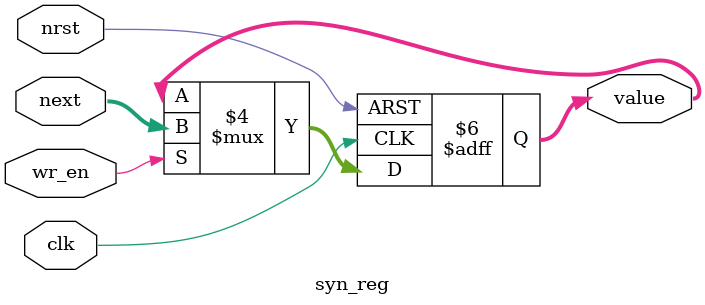
<source format=v>
module syn_reg #(
    parameter W = 32,
    parameter INITIAL = 0)(
    input clk,
    input nrst,
    input wr_en,
    input [W-1:0] next,
    output reg [W-1:0] value);
    
initial value = INITIAL;

always @ (posedge clk or negedge nrst) begin
    if (nrst == 1'b0) begin
        value <= INITIAL;
    end
    else if (wr_en) begin
        value <= next;
    end
end
endmodule

</source>
